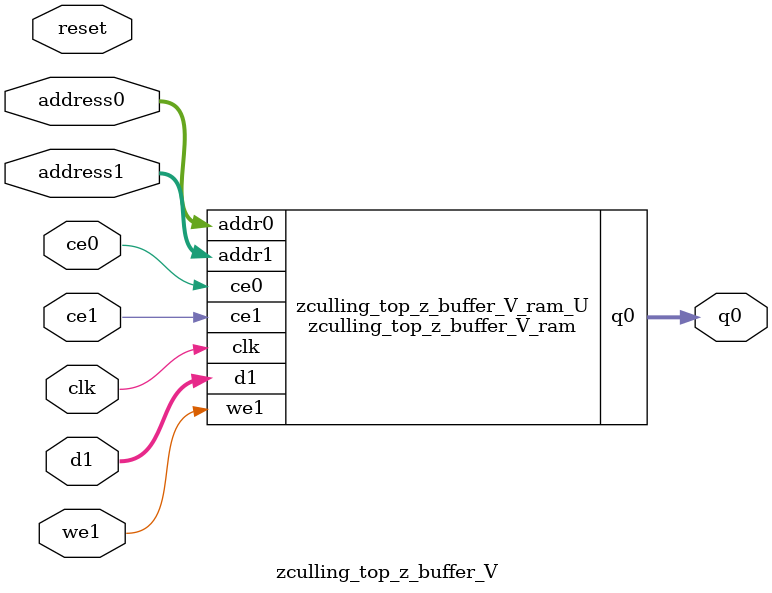
<source format=v>
`timescale 1 ns / 1 ps
module zculling_top_z_buffer_V_ram (addr0, ce0, q0, addr1, ce1, d1, we1,  clk);

parameter DWIDTH = 8;
parameter AWIDTH = 15;
parameter MEM_SIZE = 32768;

input[AWIDTH-1:0] addr0;
input ce0;
output wire[DWIDTH-1:0] q0;
input[AWIDTH-1:0] addr1;
input ce1;
input[DWIDTH-1:0] d1;
input we1;
input clk;

(* ram_style = "block" *)reg [DWIDTH-1:0] ram[0:MEM_SIZE-1];
reg [DWIDTH-1:0] q0_t0;
reg [DWIDTH-1:0] q0_t1;

genvar i;
generate
    for (i=0; i<MEM_SIZE; i=i+1) begin
        initial ram[i] = 0;
    end
endgenerate

assign q0 = q0_t1;

always @(posedge clk)  
begin
    if (ce0) 
    begin
        q0_t1 <= q0_t0;
    end
end


always @(posedge clk)  
begin 
    if (ce0) begin
        q0_t0 <= ram[addr0];
    end
end


always @(posedge clk)  
begin 
    if (ce1) begin
        if (we1) 
            ram[addr1] <= d1; 
    end
end


endmodule

`timescale 1 ns / 1 ps
module zculling_top_z_buffer_V(
    reset,
    clk,
    address0,
    ce0,
    q0,
    address1,
    ce1,
    we1,
    d1);

parameter DataWidth = 32'd8;
parameter AddressRange = 32'd32768;
parameter AddressWidth = 32'd15;
input reset;
input clk;
input[AddressWidth - 1:0] address0;
input ce0;
output[DataWidth - 1:0] q0;
input[AddressWidth - 1:0] address1;
input ce1;
input we1;
input[DataWidth - 1:0] d1;



zculling_top_z_buffer_V_ram zculling_top_z_buffer_V_ram_U(
    .clk( clk ),
    .addr0( address0 ),
    .ce0( ce0 ),
    .q0( q0 ),
    .addr1( address1 ),
    .ce1( ce1 ),
    .we1( we1 ),
    .d1( d1 ));

endmodule


</source>
